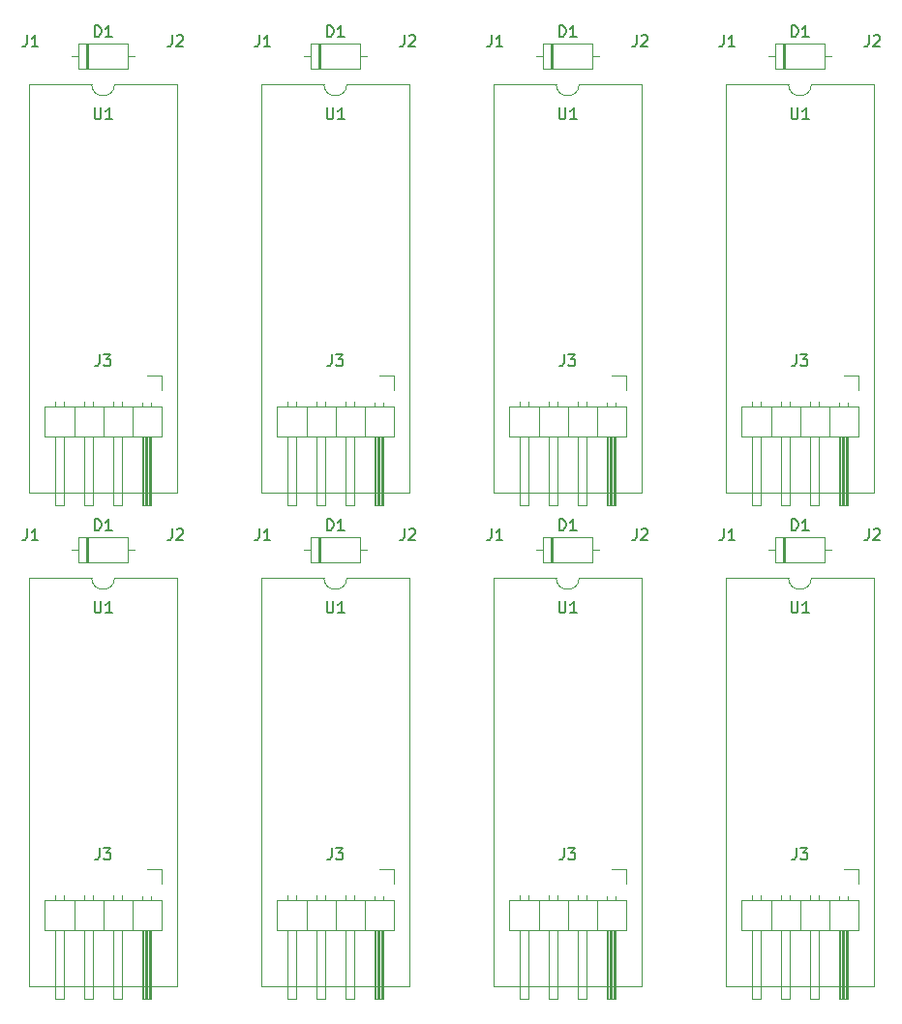
<source format=gto>
%TF.GenerationSoftware,KiCad,Pcbnew,8.0.6*%
%TF.CreationDate,2024-10-27T05:06:58+09:00*%
%TF.ProjectId,rp27c512-panel,72703237-6335-4313-922d-70616e656c2e,rev?*%
%TF.SameCoordinates,Original*%
%TF.FileFunction,Legend,Top*%
%TF.FilePolarity,Positive*%
%FSLAX46Y46*%
G04 Gerber Fmt 4.6, Leading zero omitted, Abs format (unit mm)*
G04 Created by KiCad (PCBNEW 8.0.6) date 2024-10-27 05:06:58*
%MOMM*%
%LPD*%
G01*
G04 APERTURE LIST*
%ADD10C,0.150000*%
%ADD11C,0.120000*%
G04 APERTURE END LIST*
D10*
X163496666Y-102324819D02*
X163496666Y-103039104D01*
X163496666Y-103039104D02*
X163449047Y-103181961D01*
X163449047Y-103181961D02*
X163353809Y-103277200D01*
X163353809Y-103277200D02*
X163210952Y-103324819D01*
X163210952Y-103324819D02*
X163115714Y-103324819D01*
X163925238Y-102420057D02*
X163972857Y-102372438D01*
X163972857Y-102372438D02*
X164068095Y-102324819D01*
X164068095Y-102324819D02*
X164306190Y-102324819D01*
X164306190Y-102324819D02*
X164401428Y-102372438D01*
X164401428Y-102372438D02*
X164449047Y-102420057D01*
X164449047Y-102420057D02*
X164496666Y-102515295D01*
X164496666Y-102515295D02*
X164496666Y-102610533D01*
X164496666Y-102610533D02*
X164449047Y-102753390D01*
X164449047Y-102753390D02*
X163877619Y-103324819D01*
X163877619Y-103324819D02*
X164496666Y-103324819D01*
X150796666Y-102324819D02*
X150796666Y-103039104D01*
X150796666Y-103039104D02*
X150749047Y-103181961D01*
X150749047Y-103181961D02*
X150653809Y-103277200D01*
X150653809Y-103277200D02*
X150510952Y-103324819D01*
X150510952Y-103324819D02*
X150415714Y-103324819D01*
X151796666Y-103324819D02*
X151225238Y-103324819D01*
X151510952Y-103324819D02*
X151510952Y-102324819D01*
X151510952Y-102324819D02*
X151415714Y-102467676D01*
X151415714Y-102467676D02*
X151320476Y-102562914D01*
X151320476Y-102562914D02*
X151225238Y-102610533D01*
X156718095Y-108674819D02*
X156718095Y-109484342D01*
X156718095Y-109484342D02*
X156765714Y-109579580D01*
X156765714Y-109579580D02*
X156813333Y-109627200D01*
X156813333Y-109627200D02*
X156908571Y-109674819D01*
X156908571Y-109674819D02*
X157099047Y-109674819D01*
X157099047Y-109674819D02*
X157194285Y-109627200D01*
X157194285Y-109627200D02*
X157241904Y-109579580D01*
X157241904Y-109579580D02*
X157289523Y-109484342D01*
X157289523Y-109484342D02*
X157289523Y-108674819D01*
X158289523Y-109674819D02*
X157718095Y-109674819D01*
X158003809Y-109674819D02*
X158003809Y-108674819D01*
X158003809Y-108674819D02*
X157908571Y-108817676D01*
X157908571Y-108817676D02*
X157813333Y-108912914D01*
X157813333Y-108912914D02*
X157718095Y-108960533D01*
X157146666Y-130264819D02*
X157146666Y-130979104D01*
X157146666Y-130979104D02*
X157099047Y-131121961D01*
X157099047Y-131121961D02*
X157003809Y-131217200D01*
X157003809Y-131217200D02*
X156860952Y-131264819D01*
X156860952Y-131264819D02*
X156765714Y-131264819D01*
X157527619Y-130264819D02*
X158146666Y-130264819D01*
X158146666Y-130264819D02*
X157813333Y-130645771D01*
X157813333Y-130645771D02*
X157956190Y-130645771D01*
X157956190Y-130645771D02*
X158051428Y-130693390D01*
X158051428Y-130693390D02*
X158099047Y-130741009D01*
X158099047Y-130741009D02*
X158146666Y-130836247D01*
X158146666Y-130836247D02*
X158146666Y-131074342D01*
X158146666Y-131074342D02*
X158099047Y-131169580D01*
X158099047Y-131169580D02*
X158051428Y-131217200D01*
X158051428Y-131217200D02*
X157956190Y-131264819D01*
X157956190Y-131264819D02*
X157670476Y-131264819D01*
X157670476Y-131264819D02*
X157575238Y-131217200D01*
X157575238Y-131217200D02*
X157527619Y-131169580D01*
X156741905Y-102474819D02*
X156741905Y-101474819D01*
X156741905Y-101474819D02*
X156980000Y-101474819D01*
X156980000Y-101474819D02*
X157122857Y-101522438D01*
X157122857Y-101522438D02*
X157218095Y-101617676D01*
X157218095Y-101617676D02*
X157265714Y-101712914D01*
X157265714Y-101712914D02*
X157313333Y-101903390D01*
X157313333Y-101903390D02*
X157313333Y-102046247D01*
X157313333Y-102046247D02*
X157265714Y-102236723D01*
X157265714Y-102236723D02*
X157218095Y-102331961D01*
X157218095Y-102331961D02*
X157122857Y-102427200D01*
X157122857Y-102427200D02*
X156980000Y-102474819D01*
X156980000Y-102474819D02*
X156741905Y-102474819D01*
X158265714Y-102474819D02*
X157694286Y-102474819D01*
X157980000Y-102474819D02*
X157980000Y-101474819D01*
X157980000Y-101474819D02*
X157884762Y-101617676D01*
X157884762Y-101617676D02*
X157789524Y-101712914D01*
X157789524Y-101712914D02*
X157694286Y-101760533D01*
X143176666Y-102324819D02*
X143176666Y-103039104D01*
X143176666Y-103039104D02*
X143129047Y-103181961D01*
X143129047Y-103181961D02*
X143033809Y-103277200D01*
X143033809Y-103277200D02*
X142890952Y-103324819D01*
X142890952Y-103324819D02*
X142795714Y-103324819D01*
X143605238Y-102420057D02*
X143652857Y-102372438D01*
X143652857Y-102372438D02*
X143748095Y-102324819D01*
X143748095Y-102324819D02*
X143986190Y-102324819D01*
X143986190Y-102324819D02*
X144081428Y-102372438D01*
X144081428Y-102372438D02*
X144129047Y-102420057D01*
X144129047Y-102420057D02*
X144176666Y-102515295D01*
X144176666Y-102515295D02*
X144176666Y-102610533D01*
X144176666Y-102610533D02*
X144129047Y-102753390D01*
X144129047Y-102753390D02*
X143557619Y-103324819D01*
X143557619Y-103324819D02*
X144176666Y-103324819D01*
X130476666Y-102324819D02*
X130476666Y-103039104D01*
X130476666Y-103039104D02*
X130429047Y-103181961D01*
X130429047Y-103181961D02*
X130333809Y-103277200D01*
X130333809Y-103277200D02*
X130190952Y-103324819D01*
X130190952Y-103324819D02*
X130095714Y-103324819D01*
X131476666Y-103324819D02*
X130905238Y-103324819D01*
X131190952Y-103324819D02*
X131190952Y-102324819D01*
X131190952Y-102324819D02*
X131095714Y-102467676D01*
X131095714Y-102467676D02*
X131000476Y-102562914D01*
X131000476Y-102562914D02*
X130905238Y-102610533D01*
X136398095Y-108674819D02*
X136398095Y-109484342D01*
X136398095Y-109484342D02*
X136445714Y-109579580D01*
X136445714Y-109579580D02*
X136493333Y-109627200D01*
X136493333Y-109627200D02*
X136588571Y-109674819D01*
X136588571Y-109674819D02*
X136779047Y-109674819D01*
X136779047Y-109674819D02*
X136874285Y-109627200D01*
X136874285Y-109627200D02*
X136921904Y-109579580D01*
X136921904Y-109579580D02*
X136969523Y-109484342D01*
X136969523Y-109484342D02*
X136969523Y-108674819D01*
X137969523Y-109674819D02*
X137398095Y-109674819D01*
X137683809Y-109674819D02*
X137683809Y-108674819D01*
X137683809Y-108674819D02*
X137588571Y-108817676D01*
X137588571Y-108817676D02*
X137493333Y-108912914D01*
X137493333Y-108912914D02*
X137398095Y-108960533D01*
X136826666Y-130264819D02*
X136826666Y-130979104D01*
X136826666Y-130979104D02*
X136779047Y-131121961D01*
X136779047Y-131121961D02*
X136683809Y-131217200D01*
X136683809Y-131217200D02*
X136540952Y-131264819D01*
X136540952Y-131264819D02*
X136445714Y-131264819D01*
X137207619Y-130264819D02*
X137826666Y-130264819D01*
X137826666Y-130264819D02*
X137493333Y-130645771D01*
X137493333Y-130645771D02*
X137636190Y-130645771D01*
X137636190Y-130645771D02*
X137731428Y-130693390D01*
X137731428Y-130693390D02*
X137779047Y-130741009D01*
X137779047Y-130741009D02*
X137826666Y-130836247D01*
X137826666Y-130836247D02*
X137826666Y-131074342D01*
X137826666Y-131074342D02*
X137779047Y-131169580D01*
X137779047Y-131169580D02*
X137731428Y-131217200D01*
X137731428Y-131217200D02*
X137636190Y-131264819D01*
X137636190Y-131264819D02*
X137350476Y-131264819D01*
X137350476Y-131264819D02*
X137255238Y-131217200D01*
X137255238Y-131217200D02*
X137207619Y-131169580D01*
X136421905Y-102474819D02*
X136421905Y-101474819D01*
X136421905Y-101474819D02*
X136660000Y-101474819D01*
X136660000Y-101474819D02*
X136802857Y-101522438D01*
X136802857Y-101522438D02*
X136898095Y-101617676D01*
X136898095Y-101617676D02*
X136945714Y-101712914D01*
X136945714Y-101712914D02*
X136993333Y-101903390D01*
X136993333Y-101903390D02*
X136993333Y-102046247D01*
X136993333Y-102046247D02*
X136945714Y-102236723D01*
X136945714Y-102236723D02*
X136898095Y-102331961D01*
X136898095Y-102331961D02*
X136802857Y-102427200D01*
X136802857Y-102427200D02*
X136660000Y-102474819D01*
X136660000Y-102474819D02*
X136421905Y-102474819D01*
X137945714Y-102474819D02*
X137374286Y-102474819D01*
X137660000Y-102474819D02*
X137660000Y-101474819D01*
X137660000Y-101474819D02*
X137564762Y-101617676D01*
X137564762Y-101617676D02*
X137469524Y-101712914D01*
X137469524Y-101712914D02*
X137374286Y-101760533D01*
X122856666Y-102324819D02*
X122856666Y-103039104D01*
X122856666Y-103039104D02*
X122809047Y-103181961D01*
X122809047Y-103181961D02*
X122713809Y-103277200D01*
X122713809Y-103277200D02*
X122570952Y-103324819D01*
X122570952Y-103324819D02*
X122475714Y-103324819D01*
X123285238Y-102420057D02*
X123332857Y-102372438D01*
X123332857Y-102372438D02*
X123428095Y-102324819D01*
X123428095Y-102324819D02*
X123666190Y-102324819D01*
X123666190Y-102324819D02*
X123761428Y-102372438D01*
X123761428Y-102372438D02*
X123809047Y-102420057D01*
X123809047Y-102420057D02*
X123856666Y-102515295D01*
X123856666Y-102515295D02*
X123856666Y-102610533D01*
X123856666Y-102610533D02*
X123809047Y-102753390D01*
X123809047Y-102753390D02*
X123237619Y-103324819D01*
X123237619Y-103324819D02*
X123856666Y-103324819D01*
X110156666Y-102324819D02*
X110156666Y-103039104D01*
X110156666Y-103039104D02*
X110109047Y-103181961D01*
X110109047Y-103181961D02*
X110013809Y-103277200D01*
X110013809Y-103277200D02*
X109870952Y-103324819D01*
X109870952Y-103324819D02*
X109775714Y-103324819D01*
X111156666Y-103324819D02*
X110585238Y-103324819D01*
X110870952Y-103324819D02*
X110870952Y-102324819D01*
X110870952Y-102324819D02*
X110775714Y-102467676D01*
X110775714Y-102467676D02*
X110680476Y-102562914D01*
X110680476Y-102562914D02*
X110585238Y-102610533D01*
X116078095Y-108674819D02*
X116078095Y-109484342D01*
X116078095Y-109484342D02*
X116125714Y-109579580D01*
X116125714Y-109579580D02*
X116173333Y-109627200D01*
X116173333Y-109627200D02*
X116268571Y-109674819D01*
X116268571Y-109674819D02*
X116459047Y-109674819D01*
X116459047Y-109674819D02*
X116554285Y-109627200D01*
X116554285Y-109627200D02*
X116601904Y-109579580D01*
X116601904Y-109579580D02*
X116649523Y-109484342D01*
X116649523Y-109484342D02*
X116649523Y-108674819D01*
X117649523Y-109674819D02*
X117078095Y-109674819D01*
X117363809Y-109674819D02*
X117363809Y-108674819D01*
X117363809Y-108674819D02*
X117268571Y-108817676D01*
X117268571Y-108817676D02*
X117173333Y-108912914D01*
X117173333Y-108912914D02*
X117078095Y-108960533D01*
X116506666Y-130264819D02*
X116506666Y-130979104D01*
X116506666Y-130979104D02*
X116459047Y-131121961D01*
X116459047Y-131121961D02*
X116363809Y-131217200D01*
X116363809Y-131217200D02*
X116220952Y-131264819D01*
X116220952Y-131264819D02*
X116125714Y-131264819D01*
X116887619Y-130264819D02*
X117506666Y-130264819D01*
X117506666Y-130264819D02*
X117173333Y-130645771D01*
X117173333Y-130645771D02*
X117316190Y-130645771D01*
X117316190Y-130645771D02*
X117411428Y-130693390D01*
X117411428Y-130693390D02*
X117459047Y-130741009D01*
X117459047Y-130741009D02*
X117506666Y-130836247D01*
X117506666Y-130836247D02*
X117506666Y-131074342D01*
X117506666Y-131074342D02*
X117459047Y-131169580D01*
X117459047Y-131169580D02*
X117411428Y-131217200D01*
X117411428Y-131217200D02*
X117316190Y-131264819D01*
X117316190Y-131264819D02*
X117030476Y-131264819D01*
X117030476Y-131264819D02*
X116935238Y-131217200D01*
X116935238Y-131217200D02*
X116887619Y-131169580D01*
X116101905Y-102474819D02*
X116101905Y-101474819D01*
X116101905Y-101474819D02*
X116340000Y-101474819D01*
X116340000Y-101474819D02*
X116482857Y-101522438D01*
X116482857Y-101522438D02*
X116578095Y-101617676D01*
X116578095Y-101617676D02*
X116625714Y-101712914D01*
X116625714Y-101712914D02*
X116673333Y-101903390D01*
X116673333Y-101903390D02*
X116673333Y-102046247D01*
X116673333Y-102046247D02*
X116625714Y-102236723D01*
X116625714Y-102236723D02*
X116578095Y-102331961D01*
X116578095Y-102331961D02*
X116482857Y-102427200D01*
X116482857Y-102427200D02*
X116340000Y-102474819D01*
X116340000Y-102474819D02*
X116101905Y-102474819D01*
X117625714Y-102474819D02*
X117054286Y-102474819D01*
X117340000Y-102474819D02*
X117340000Y-101474819D01*
X117340000Y-101474819D02*
X117244762Y-101617676D01*
X117244762Y-101617676D02*
X117149524Y-101712914D01*
X117149524Y-101712914D02*
X117054286Y-101760533D01*
X102536666Y-102324819D02*
X102536666Y-103039104D01*
X102536666Y-103039104D02*
X102489047Y-103181961D01*
X102489047Y-103181961D02*
X102393809Y-103277200D01*
X102393809Y-103277200D02*
X102250952Y-103324819D01*
X102250952Y-103324819D02*
X102155714Y-103324819D01*
X102965238Y-102420057D02*
X103012857Y-102372438D01*
X103012857Y-102372438D02*
X103108095Y-102324819D01*
X103108095Y-102324819D02*
X103346190Y-102324819D01*
X103346190Y-102324819D02*
X103441428Y-102372438D01*
X103441428Y-102372438D02*
X103489047Y-102420057D01*
X103489047Y-102420057D02*
X103536666Y-102515295D01*
X103536666Y-102515295D02*
X103536666Y-102610533D01*
X103536666Y-102610533D02*
X103489047Y-102753390D01*
X103489047Y-102753390D02*
X102917619Y-103324819D01*
X102917619Y-103324819D02*
X103536666Y-103324819D01*
X89836666Y-102324819D02*
X89836666Y-103039104D01*
X89836666Y-103039104D02*
X89789047Y-103181961D01*
X89789047Y-103181961D02*
X89693809Y-103277200D01*
X89693809Y-103277200D02*
X89550952Y-103324819D01*
X89550952Y-103324819D02*
X89455714Y-103324819D01*
X90836666Y-103324819D02*
X90265238Y-103324819D01*
X90550952Y-103324819D02*
X90550952Y-102324819D01*
X90550952Y-102324819D02*
X90455714Y-102467676D01*
X90455714Y-102467676D02*
X90360476Y-102562914D01*
X90360476Y-102562914D02*
X90265238Y-102610533D01*
X95758095Y-108674819D02*
X95758095Y-109484342D01*
X95758095Y-109484342D02*
X95805714Y-109579580D01*
X95805714Y-109579580D02*
X95853333Y-109627200D01*
X95853333Y-109627200D02*
X95948571Y-109674819D01*
X95948571Y-109674819D02*
X96139047Y-109674819D01*
X96139047Y-109674819D02*
X96234285Y-109627200D01*
X96234285Y-109627200D02*
X96281904Y-109579580D01*
X96281904Y-109579580D02*
X96329523Y-109484342D01*
X96329523Y-109484342D02*
X96329523Y-108674819D01*
X97329523Y-109674819D02*
X96758095Y-109674819D01*
X97043809Y-109674819D02*
X97043809Y-108674819D01*
X97043809Y-108674819D02*
X96948571Y-108817676D01*
X96948571Y-108817676D02*
X96853333Y-108912914D01*
X96853333Y-108912914D02*
X96758095Y-108960533D01*
X96186666Y-130264819D02*
X96186666Y-130979104D01*
X96186666Y-130979104D02*
X96139047Y-131121961D01*
X96139047Y-131121961D02*
X96043809Y-131217200D01*
X96043809Y-131217200D02*
X95900952Y-131264819D01*
X95900952Y-131264819D02*
X95805714Y-131264819D01*
X96567619Y-130264819D02*
X97186666Y-130264819D01*
X97186666Y-130264819D02*
X96853333Y-130645771D01*
X96853333Y-130645771D02*
X96996190Y-130645771D01*
X96996190Y-130645771D02*
X97091428Y-130693390D01*
X97091428Y-130693390D02*
X97139047Y-130741009D01*
X97139047Y-130741009D02*
X97186666Y-130836247D01*
X97186666Y-130836247D02*
X97186666Y-131074342D01*
X97186666Y-131074342D02*
X97139047Y-131169580D01*
X97139047Y-131169580D02*
X97091428Y-131217200D01*
X97091428Y-131217200D02*
X96996190Y-131264819D01*
X96996190Y-131264819D02*
X96710476Y-131264819D01*
X96710476Y-131264819D02*
X96615238Y-131217200D01*
X96615238Y-131217200D02*
X96567619Y-131169580D01*
X95781905Y-102474819D02*
X95781905Y-101474819D01*
X95781905Y-101474819D02*
X96020000Y-101474819D01*
X96020000Y-101474819D02*
X96162857Y-101522438D01*
X96162857Y-101522438D02*
X96258095Y-101617676D01*
X96258095Y-101617676D02*
X96305714Y-101712914D01*
X96305714Y-101712914D02*
X96353333Y-101903390D01*
X96353333Y-101903390D02*
X96353333Y-102046247D01*
X96353333Y-102046247D02*
X96305714Y-102236723D01*
X96305714Y-102236723D02*
X96258095Y-102331961D01*
X96258095Y-102331961D02*
X96162857Y-102427200D01*
X96162857Y-102427200D02*
X96020000Y-102474819D01*
X96020000Y-102474819D02*
X95781905Y-102474819D01*
X97305714Y-102474819D02*
X96734286Y-102474819D01*
X97020000Y-102474819D02*
X97020000Y-101474819D01*
X97020000Y-101474819D02*
X96924762Y-101617676D01*
X96924762Y-101617676D02*
X96829524Y-101712914D01*
X96829524Y-101712914D02*
X96734286Y-101760533D01*
X163496666Y-59144819D02*
X163496666Y-59859104D01*
X163496666Y-59859104D02*
X163449047Y-60001961D01*
X163449047Y-60001961D02*
X163353809Y-60097200D01*
X163353809Y-60097200D02*
X163210952Y-60144819D01*
X163210952Y-60144819D02*
X163115714Y-60144819D01*
X163925238Y-59240057D02*
X163972857Y-59192438D01*
X163972857Y-59192438D02*
X164068095Y-59144819D01*
X164068095Y-59144819D02*
X164306190Y-59144819D01*
X164306190Y-59144819D02*
X164401428Y-59192438D01*
X164401428Y-59192438D02*
X164449047Y-59240057D01*
X164449047Y-59240057D02*
X164496666Y-59335295D01*
X164496666Y-59335295D02*
X164496666Y-59430533D01*
X164496666Y-59430533D02*
X164449047Y-59573390D01*
X164449047Y-59573390D02*
X163877619Y-60144819D01*
X163877619Y-60144819D02*
X164496666Y-60144819D01*
X150796666Y-59144819D02*
X150796666Y-59859104D01*
X150796666Y-59859104D02*
X150749047Y-60001961D01*
X150749047Y-60001961D02*
X150653809Y-60097200D01*
X150653809Y-60097200D02*
X150510952Y-60144819D01*
X150510952Y-60144819D02*
X150415714Y-60144819D01*
X151796666Y-60144819D02*
X151225238Y-60144819D01*
X151510952Y-60144819D02*
X151510952Y-59144819D01*
X151510952Y-59144819D02*
X151415714Y-59287676D01*
X151415714Y-59287676D02*
X151320476Y-59382914D01*
X151320476Y-59382914D02*
X151225238Y-59430533D01*
X156718095Y-65494819D02*
X156718095Y-66304342D01*
X156718095Y-66304342D02*
X156765714Y-66399580D01*
X156765714Y-66399580D02*
X156813333Y-66447200D01*
X156813333Y-66447200D02*
X156908571Y-66494819D01*
X156908571Y-66494819D02*
X157099047Y-66494819D01*
X157099047Y-66494819D02*
X157194285Y-66447200D01*
X157194285Y-66447200D02*
X157241904Y-66399580D01*
X157241904Y-66399580D02*
X157289523Y-66304342D01*
X157289523Y-66304342D02*
X157289523Y-65494819D01*
X158289523Y-66494819D02*
X157718095Y-66494819D01*
X158003809Y-66494819D02*
X158003809Y-65494819D01*
X158003809Y-65494819D02*
X157908571Y-65637676D01*
X157908571Y-65637676D02*
X157813333Y-65732914D01*
X157813333Y-65732914D02*
X157718095Y-65780533D01*
X157146666Y-87084819D02*
X157146666Y-87799104D01*
X157146666Y-87799104D02*
X157099047Y-87941961D01*
X157099047Y-87941961D02*
X157003809Y-88037200D01*
X157003809Y-88037200D02*
X156860952Y-88084819D01*
X156860952Y-88084819D02*
X156765714Y-88084819D01*
X157527619Y-87084819D02*
X158146666Y-87084819D01*
X158146666Y-87084819D02*
X157813333Y-87465771D01*
X157813333Y-87465771D02*
X157956190Y-87465771D01*
X157956190Y-87465771D02*
X158051428Y-87513390D01*
X158051428Y-87513390D02*
X158099047Y-87561009D01*
X158099047Y-87561009D02*
X158146666Y-87656247D01*
X158146666Y-87656247D02*
X158146666Y-87894342D01*
X158146666Y-87894342D02*
X158099047Y-87989580D01*
X158099047Y-87989580D02*
X158051428Y-88037200D01*
X158051428Y-88037200D02*
X157956190Y-88084819D01*
X157956190Y-88084819D02*
X157670476Y-88084819D01*
X157670476Y-88084819D02*
X157575238Y-88037200D01*
X157575238Y-88037200D02*
X157527619Y-87989580D01*
X156741905Y-59294819D02*
X156741905Y-58294819D01*
X156741905Y-58294819D02*
X156980000Y-58294819D01*
X156980000Y-58294819D02*
X157122857Y-58342438D01*
X157122857Y-58342438D02*
X157218095Y-58437676D01*
X157218095Y-58437676D02*
X157265714Y-58532914D01*
X157265714Y-58532914D02*
X157313333Y-58723390D01*
X157313333Y-58723390D02*
X157313333Y-58866247D01*
X157313333Y-58866247D02*
X157265714Y-59056723D01*
X157265714Y-59056723D02*
X157218095Y-59151961D01*
X157218095Y-59151961D02*
X157122857Y-59247200D01*
X157122857Y-59247200D02*
X156980000Y-59294819D01*
X156980000Y-59294819D02*
X156741905Y-59294819D01*
X158265714Y-59294819D02*
X157694286Y-59294819D01*
X157980000Y-59294819D02*
X157980000Y-58294819D01*
X157980000Y-58294819D02*
X157884762Y-58437676D01*
X157884762Y-58437676D02*
X157789524Y-58532914D01*
X157789524Y-58532914D02*
X157694286Y-58580533D01*
X143176666Y-59144819D02*
X143176666Y-59859104D01*
X143176666Y-59859104D02*
X143129047Y-60001961D01*
X143129047Y-60001961D02*
X143033809Y-60097200D01*
X143033809Y-60097200D02*
X142890952Y-60144819D01*
X142890952Y-60144819D02*
X142795714Y-60144819D01*
X143605238Y-59240057D02*
X143652857Y-59192438D01*
X143652857Y-59192438D02*
X143748095Y-59144819D01*
X143748095Y-59144819D02*
X143986190Y-59144819D01*
X143986190Y-59144819D02*
X144081428Y-59192438D01*
X144081428Y-59192438D02*
X144129047Y-59240057D01*
X144129047Y-59240057D02*
X144176666Y-59335295D01*
X144176666Y-59335295D02*
X144176666Y-59430533D01*
X144176666Y-59430533D02*
X144129047Y-59573390D01*
X144129047Y-59573390D02*
X143557619Y-60144819D01*
X143557619Y-60144819D02*
X144176666Y-60144819D01*
X130476666Y-59144819D02*
X130476666Y-59859104D01*
X130476666Y-59859104D02*
X130429047Y-60001961D01*
X130429047Y-60001961D02*
X130333809Y-60097200D01*
X130333809Y-60097200D02*
X130190952Y-60144819D01*
X130190952Y-60144819D02*
X130095714Y-60144819D01*
X131476666Y-60144819D02*
X130905238Y-60144819D01*
X131190952Y-60144819D02*
X131190952Y-59144819D01*
X131190952Y-59144819D02*
X131095714Y-59287676D01*
X131095714Y-59287676D02*
X131000476Y-59382914D01*
X131000476Y-59382914D02*
X130905238Y-59430533D01*
X136398095Y-65494819D02*
X136398095Y-66304342D01*
X136398095Y-66304342D02*
X136445714Y-66399580D01*
X136445714Y-66399580D02*
X136493333Y-66447200D01*
X136493333Y-66447200D02*
X136588571Y-66494819D01*
X136588571Y-66494819D02*
X136779047Y-66494819D01*
X136779047Y-66494819D02*
X136874285Y-66447200D01*
X136874285Y-66447200D02*
X136921904Y-66399580D01*
X136921904Y-66399580D02*
X136969523Y-66304342D01*
X136969523Y-66304342D02*
X136969523Y-65494819D01*
X137969523Y-66494819D02*
X137398095Y-66494819D01*
X137683809Y-66494819D02*
X137683809Y-65494819D01*
X137683809Y-65494819D02*
X137588571Y-65637676D01*
X137588571Y-65637676D02*
X137493333Y-65732914D01*
X137493333Y-65732914D02*
X137398095Y-65780533D01*
X136826666Y-87084819D02*
X136826666Y-87799104D01*
X136826666Y-87799104D02*
X136779047Y-87941961D01*
X136779047Y-87941961D02*
X136683809Y-88037200D01*
X136683809Y-88037200D02*
X136540952Y-88084819D01*
X136540952Y-88084819D02*
X136445714Y-88084819D01*
X137207619Y-87084819D02*
X137826666Y-87084819D01*
X137826666Y-87084819D02*
X137493333Y-87465771D01*
X137493333Y-87465771D02*
X137636190Y-87465771D01*
X137636190Y-87465771D02*
X137731428Y-87513390D01*
X137731428Y-87513390D02*
X137779047Y-87561009D01*
X137779047Y-87561009D02*
X137826666Y-87656247D01*
X137826666Y-87656247D02*
X137826666Y-87894342D01*
X137826666Y-87894342D02*
X137779047Y-87989580D01*
X137779047Y-87989580D02*
X137731428Y-88037200D01*
X137731428Y-88037200D02*
X137636190Y-88084819D01*
X137636190Y-88084819D02*
X137350476Y-88084819D01*
X137350476Y-88084819D02*
X137255238Y-88037200D01*
X137255238Y-88037200D02*
X137207619Y-87989580D01*
X136421905Y-59294819D02*
X136421905Y-58294819D01*
X136421905Y-58294819D02*
X136660000Y-58294819D01*
X136660000Y-58294819D02*
X136802857Y-58342438D01*
X136802857Y-58342438D02*
X136898095Y-58437676D01*
X136898095Y-58437676D02*
X136945714Y-58532914D01*
X136945714Y-58532914D02*
X136993333Y-58723390D01*
X136993333Y-58723390D02*
X136993333Y-58866247D01*
X136993333Y-58866247D02*
X136945714Y-59056723D01*
X136945714Y-59056723D02*
X136898095Y-59151961D01*
X136898095Y-59151961D02*
X136802857Y-59247200D01*
X136802857Y-59247200D02*
X136660000Y-59294819D01*
X136660000Y-59294819D02*
X136421905Y-59294819D01*
X137945714Y-59294819D02*
X137374286Y-59294819D01*
X137660000Y-59294819D02*
X137660000Y-58294819D01*
X137660000Y-58294819D02*
X137564762Y-58437676D01*
X137564762Y-58437676D02*
X137469524Y-58532914D01*
X137469524Y-58532914D02*
X137374286Y-58580533D01*
X122856666Y-59144819D02*
X122856666Y-59859104D01*
X122856666Y-59859104D02*
X122809047Y-60001961D01*
X122809047Y-60001961D02*
X122713809Y-60097200D01*
X122713809Y-60097200D02*
X122570952Y-60144819D01*
X122570952Y-60144819D02*
X122475714Y-60144819D01*
X123285238Y-59240057D02*
X123332857Y-59192438D01*
X123332857Y-59192438D02*
X123428095Y-59144819D01*
X123428095Y-59144819D02*
X123666190Y-59144819D01*
X123666190Y-59144819D02*
X123761428Y-59192438D01*
X123761428Y-59192438D02*
X123809047Y-59240057D01*
X123809047Y-59240057D02*
X123856666Y-59335295D01*
X123856666Y-59335295D02*
X123856666Y-59430533D01*
X123856666Y-59430533D02*
X123809047Y-59573390D01*
X123809047Y-59573390D02*
X123237619Y-60144819D01*
X123237619Y-60144819D02*
X123856666Y-60144819D01*
X110156666Y-59144819D02*
X110156666Y-59859104D01*
X110156666Y-59859104D02*
X110109047Y-60001961D01*
X110109047Y-60001961D02*
X110013809Y-60097200D01*
X110013809Y-60097200D02*
X109870952Y-60144819D01*
X109870952Y-60144819D02*
X109775714Y-60144819D01*
X111156666Y-60144819D02*
X110585238Y-60144819D01*
X110870952Y-60144819D02*
X110870952Y-59144819D01*
X110870952Y-59144819D02*
X110775714Y-59287676D01*
X110775714Y-59287676D02*
X110680476Y-59382914D01*
X110680476Y-59382914D02*
X110585238Y-59430533D01*
X116078095Y-65494819D02*
X116078095Y-66304342D01*
X116078095Y-66304342D02*
X116125714Y-66399580D01*
X116125714Y-66399580D02*
X116173333Y-66447200D01*
X116173333Y-66447200D02*
X116268571Y-66494819D01*
X116268571Y-66494819D02*
X116459047Y-66494819D01*
X116459047Y-66494819D02*
X116554285Y-66447200D01*
X116554285Y-66447200D02*
X116601904Y-66399580D01*
X116601904Y-66399580D02*
X116649523Y-66304342D01*
X116649523Y-66304342D02*
X116649523Y-65494819D01*
X117649523Y-66494819D02*
X117078095Y-66494819D01*
X117363809Y-66494819D02*
X117363809Y-65494819D01*
X117363809Y-65494819D02*
X117268571Y-65637676D01*
X117268571Y-65637676D02*
X117173333Y-65732914D01*
X117173333Y-65732914D02*
X117078095Y-65780533D01*
X116506666Y-87084819D02*
X116506666Y-87799104D01*
X116506666Y-87799104D02*
X116459047Y-87941961D01*
X116459047Y-87941961D02*
X116363809Y-88037200D01*
X116363809Y-88037200D02*
X116220952Y-88084819D01*
X116220952Y-88084819D02*
X116125714Y-88084819D01*
X116887619Y-87084819D02*
X117506666Y-87084819D01*
X117506666Y-87084819D02*
X117173333Y-87465771D01*
X117173333Y-87465771D02*
X117316190Y-87465771D01*
X117316190Y-87465771D02*
X117411428Y-87513390D01*
X117411428Y-87513390D02*
X117459047Y-87561009D01*
X117459047Y-87561009D02*
X117506666Y-87656247D01*
X117506666Y-87656247D02*
X117506666Y-87894342D01*
X117506666Y-87894342D02*
X117459047Y-87989580D01*
X117459047Y-87989580D02*
X117411428Y-88037200D01*
X117411428Y-88037200D02*
X117316190Y-88084819D01*
X117316190Y-88084819D02*
X117030476Y-88084819D01*
X117030476Y-88084819D02*
X116935238Y-88037200D01*
X116935238Y-88037200D02*
X116887619Y-87989580D01*
X116101905Y-59294819D02*
X116101905Y-58294819D01*
X116101905Y-58294819D02*
X116340000Y-58294819D01*
X116340000Y-58294819D02*
X116482857Y-58342438D01*
X116482857Y-58342438D02*
X116578095Y-58437676D01*
X116578095Y-58437676D02*
X116625714Y-58532914D01*
X116625714Y-58532914D02*
X116673333Y-58723390D01*
X116673333Y-58723390D02*
X116673333Y-58866247D01*
X116673333Y-58866247D02*
X116625714Y-59056723D01*
X116625714Y-59056723D02*
X116578095Y-59151961D01*
X116578095Y-59151961D02*
X116482857Y-59247200D01*
X116482857Y-59247200D02*
X116340000Y-59294819D01*
X116340000Y-59294819D02*
X116101905Y-59294819D01*
X117625714Y-59294819D02*
X117054286Y-59294819D01*
X117340000Y-59294819D02*
X117340000Y-58294819D01*
X117340000Y-58294819D02*
X117244762Y-58437676D01*
X117244762Y-58437676D02*
X117149524Y-58532914D01*
X117149524Y-58532914D02*
X117054286Y-58580533D01*
X102536666Y-59144819D02*
X102536666Y-59859104D01*
X102536666Y-59859104D02*
X102489047Y-60001961D01*
X102489047Y-60001961D02*
X102393809Y-60097200D01*
X102393809Y-60097200D02*
X102250952Y-60144819D01*
X102250952Y-60144819D02*
X102155714Y-60144819D01*
X102965238Y-59240057D02*
X103012857Y-59192438D01*
X103012857Y-59192438D02*
X103108095Y-59144819D01*
X103108095Y-59144819D02*
X103346190Y-59144819D01*
X103346190Y-59144819D02*
X103441428Y-59192438D01*
X103441428Y-59192438D02*
X103489047Y-59240057D01*
X103489047Y-59240057D02*
X103536666Y-59335295D01*
X103536666Y-59335295D02*
X103536666Y-59430533D01*
X103536666Y-59430533D02*
X103489047Y-59573390D01*
X103489047Y-59573390D02*
X102917619Y-60144819D01*
X102917619Y-60144819D02*
X103536666Y-60144819D01*
X96186666Y-87084819D02*
X96186666Y-87799104D01*
X96186666Y-87799104D02*
X96139047Y-87941961D01*
X96139047Y-87941961D02*
X96043809Y-88037200D01*
X96043809Y-88037200D02*
X95900952Y-88084819D01*
X95900952Y-88084819D02*
X95805714Y-88084819D01*
X96567619Y-87084819D02*
X97186666Y-87084819D01*
X97186666Y-87084819D02*
X96853333Y-87465771D01*
X96853333Y-87465771D02*
X96996190Y-87465771D01*
X96996190Y-87465771D02*
X97091428Y-87513390D01*
X97091428Y-87513390D02*
X97139047Y-87561009D01*
X97139047Y-87561009D02*
X97186666Y-87656247D01*
X97186666Y-87656247D02*
X97186666Y-87894342D01*
X97186666Y-87894342D02*
X97139047Y-87989580D01*
X97139047Y-87989580D02*
X97091428Y-88037200D01*
X97091428Y-88037200D02*
X96996190Y-88084819D01*
X96996190Y-88084819D02*
X96710476Y-88084819D01*
X96710476Y-88084819D02*
X96615238Y-88037200D01*
X96615238Y-88037200D02*
X96567619Y-87989580D01*
X89836666Y-59144819D02*
X89836666Y-59859104D01*
X89836666Y-59859104D02*
X89789047Y-60001961D01*
X89789047Y-60001961D02*
X89693809Y-60097200D01*
X89693809Y-60097200D02*
X89550952Y-60144819D01*
X89550952Y-60144819D02*
X89455714Y-60144819D01*
X90836666Y-60144819D02*
X90265238Y-60144819D01*
X90550952Y-60144819D02*
X90550952Y-59144819D01*
X90550952Y-59144819D02*
X90455714Y-59287676D01*
X90455714Y-59287676D02*
X90360476Y-59382914D01*
X90360476Y-59382914D02*
X90265238Y-59430533D01*
X95758095Y-65494819D02*
X95758095Y-66304342D01*
X95758095Y-66304342D02*
X95805714Y-66399580D01*
X95805714Y-66399580D02*
X95853333Y-66447200D01*
X95853333Y-66447200D02*
X95948571Y-66494819D01*
X95948571Y-66494819D02*
X96139047Y-66494819D01*
X96139047Y-66494819D02*
X96234285Y-66447200D01*
X96234285Y-66447200D02*
X96281904Y-66399580D01*
X96281904Y-66399580D02*
X96329523Y-66304342D01*
X96329523Y-66304342D02*
X96329523Y-65494819D01*
X97329523Y-66494819D02*
X96758095Y-66494819D01*
X97043809Y-66494819D02*
X97043809Y-65494819D01*
X97043809Y-65494819D02*
X96948571Y-65637676D01*
X96948571Y-65637676D02*
X96853333Y-65732914D01*
X96853333Y-65732914D02*
X96758095Y-65780533D01*
X95781905Y-59294819D02*
X95781905Y-58294819D01*
X95781905Y-58294819D02*
X96020000Y-58294819D01*
X96020000Y-58294819D02*
X96162857Y-58342438D01*
X96162857Y-58342438D02*
X96258095Y-58437676D01*
X96258095Y-58437676D02*
X96305714Y-58532914D01*
X96305714Y-58532914D02*
X96353333Y-58723390D01*
X96353333Y-58723390D02*
X96353333Y-58866247D01*
X96353333Y-58866247D02*
X96305714Y-59056723D01*
X96305714Y-59056723D02*
X96258095Y-59151961D01*
X96258095Y-59151961D02*
X96162857Y-59247200D01*
X96162857Y-59247200D02*
X96020000Y-59294819D01*
X96020000Y-59294819D02*
X95781905Y-59294819D01*
X97305714Y-59294819D02*
X96734286Y-59294819D01*
X97020000Y-59294819D02*
X97020000Y-58294819D01*
X97020000Y-58294819D02*
X96924762Y-58437676D01*
X96924762Y-58437676D02*
X96829524Y-58532914D01*
X96829524Y-58532914D02*
X96734286Y-58580533D01*
D11*
%TO.C,U1*%
X158480000Y-106620000D02*
G75*
G02*
X156480000Y-106620000I-1000000J0D01*
G01*
X163940000Y-142300000D02*
X163940000Y-106620000D01*
X163940000Y-106620000D02*
X158480000Y-106620000D01*
X156480000Y-106620000D02*
X151020000Y-106620000D01*
X151020000Y-142300000D02*
X163940000Y-142300000D01*
X151020000Y-106620000D02*
X151020000Y-142300000D01*
%TO.C,J3*%
X162620000Y-137450000D02*
X162620000Y-134790000D01*
X162620000Y-134790000D02*
X152340000Y-134790000D01*
X162560000Y-132080000D02*
X162560000Y-133350000D01*
X161670000Y-143450000D02*
X160910000Y-143450000D01*
X161670000Y-137450000D02*
X161670000Y-143450000D01*
X161670000Y-134460000D02*
X161670000Y-134790000D01*
X161610000Y-137450000D02*
X161610000Y-143450000D01*
X161490000Y-137450000D02*
X161490000Y-143450000D01*
X161370000Y-137450000D02*
X161370000Y-143450000D01*
X161290000Y-132080000D02*
X162560000Y-132080000D01*
X161250000Y-137450000D02*
X161250000Y-143450000D01*
X161130000Y-137450000D02*
X161130000Y-143450000D01*
X161010000Y-137450000D02*
X161010000Y-143450000D01*
X160910000Y-143450000D02*
X160910000Y-137450000D01*
X160910000Y-134460000D02*
X160910000Y-134790000D01*
X160020000Y-134790000D02*
X160020000Y-137450000D01*
X159130000Y-143450000D02*
X158370000Y-143450000D01*
X159130000Y-137450000D02*
X159130000Y-143450000D01*
X159130000Y-134392929D02*
X159130000Y-134790000D01*
X158370000Y-143450000D02*
X158370000Y-137450000D01*
X158370000Y-134392929D02*
X158370000Y-134790000D01*
X157480000Y-134790000D02*
X157480000Y-137450000D01*
X156590000Y-143450000D02*
X155830000Y-143450000D01*
X156590000Y-137450000D02*
X156590000Y-143450000D01*
X156590000Y-134392929D02*
X156590000Y-134790000D01*
X155830000Y-143450000D02*
X155830000Y-137450000D01*
X155830000Y-134392929D02*
X155830000Y-134790000D01*
X154940000Y-134790000D02*
X154940000Y-137450000D01*
X154050000Y-143450000D02*
X153290000Y-143450000D01*
X154050000Y-137450000D02*
X154050000Y-143450000D01*
X154050000Y-134392929D02*
X154050000Y-134790000D01*
X153290000Y-143450000D02*
X153290000Y-137450000D01*
X153290000Y-134392929D02*
X153290000Y-134790000D01*
X152340000Y-137450000D02*
X162620000Y-137450000D01*
X152340000Y-134790000D02*
X152340000Y-137450000D01*
%TO.C,D1*%
X160250000Y-104140000D02*
X159600000Y-104140000D01*
X159600000Y-105260000D02*
X159600000Y-103020000D01*
X159600000Y-103020000D02*
X155360000Y-103020000D01*
X156200000Y-103020000D02*
X156200000Y-105260000D01*
X156080000Y-103020000D02*
X156080000Y-105260000D01*
X155960000Y-103020000D02*
X155960000Y-105260000D01*
X155360000Y-105260000D02*
X159600000Y-105260000D01*
X155360000Y-103020000D02*
X155360000Y-105260000D01*
X154710000Y-104140000D02*
X155360000Y-104140000D01*
%TO.C,U1*%
X138160000Y-106620000D02*
G75*
G02*
X136160000Y-106620000I-1000000J0D01*
G01*
X143620000Y-142300000D02*
X143620000Y-106620000D01*
X143620000Y-106620000D02*
X138160000Y-106620000D01*
X136160000Y-106620000D02*
X130700000Y-106620000D01*
X130700000Y-142300000D02*
X143620000Y-142300000D01*
X130700000Y-106620000D02*
X130700000Y-142300000D01*
%TO.C,J3*%
X142300000Y-137450000D02*
X142300000Y-134790000D01*
X142300000Y-134790000D02*
X132020000Y-134790000D01*
X142240000Y-132080000D02*
X142240000Y-133350000D01*
X141350000Y-143450000D02*
X140590000Y-143450000D01*
X141350000Y-137450000D02*
X141350000Y-143450000D01*
X141350000Y-134460000D02*
X141350000Y-134790000D01*
X141290000Y-137450000D02*
X141290000Y-143450000D01*
X141170000Y-137450000D02*
X141170000Y-143450000D01*
X141050000Y-137450000D02*
X141050000Y-143450000D01*
X140970000Y-132080000D02*
X142240000Y-132080000D01*
X140930000Y-137450000D02*
X140930000Y-143450000D01*
X140810000Y-137450000D02*
X140810000Y-143450000D01*
X140690000Y-137450000D02*
X140690000Y-143450000D01*
X140590000Y-143450000D02*
X140590000Y-137450000D01*
X140590000Y-134460000D02*
X140590000Y-134790000D01*
X139700000Y-134790000D02*
X139700000Y-137450000D01*
X138810000Y-143450000D02*
X138050000Y-143450000D01*
X138810000Y-137450000D02*
X138810000Y-143450000D01*
X138810000Y-134392929D02*
X138810000Y-134790000D01*
X138050000Y-143450000D02*
X138050000Y-137450000D01*
X138050000Y-134392929D02*
X138050000Y-134790000D01*
X137160000Y-134790000D02*
X137160000Y-137450000D01*
X136270000Y-143450000D02*
X135510000Y-143450000D01*
X136270000Y-137450000D02*
X136270000Y-143450000D01*
X136270000Y-134392929D02*
X136270000Y-134790000D01*
X135510000Y-143450000D02*
X135510000Y-137450000D01*
X135510000Y-134392929D02*
X135510000Y-134790000D01*
X134620000Y-134790000D02*
X134620000Y-137450000D01*
X133730000Y-143450000D02*
X132970000Y-143450000D01*
X133730000Y-137450000D02*
X133730000Y-143450000D01*
X133730000Y-134392929D02*
X133730000Y-134790000D01*
X132970000Y-143450000D02*
X132970000Y-137450000D01*
X132970000Y-134392929D02*
X132970000Y-134790000D01*
X132020000Y-137450000D02*
X142300000Y-137450000D01*
X132020000Y-134790000D02*
X132020000Y-137450000D01*
%TO.C,D1*%
X139930000Y-104140000D02*
X139280000Y-104140000D01*
X139280000Y-105260000D02*
X139280000Y-103020000D01*
X139280000Y-103020000D02*
X135040000Y-103020000D01*
X135880000Y-103020000D02*
X135880000Y-105260000D01*
X135760000Y-103020000D02*
X135760000Y-105260000D01*
X135640000Y-103020000D02*
X135640000Y-105260000D01*
X135040000Y-105260000D02*
X139280000Y-105260000D01*
X135040000Y-103020000D02*
X135040000Y-105260000D01*
X134390000Y-104140000D02*
X135040000Y-104140000D01*
%TO.C,U1*%
X117840000Y-106620000D02*
G75*
G02*
X115840000Y-106620000I-1000000J0D01*
G01*
X123300000Y-142300000D02*
X123300000Y-106620000D01*
X123300000Y-106620000D02*
X117840000Y-106620000D01*
X115840000Y-106620000D02*
X110380000Y-106620000D01*
X110380000Y-142300000D02*
X123300000Y-142300000D01*
X110380000Y-106620000D02*
X110380000Y-142300000D01*
%TO.C,J3*%
X121980000Y-137450000D02*
X121980000Y-134790000D01*
X121980000Y-134790000D02*
X111700000Y-134790000D01*
X121920000Y-132080000D02*
X121920000Y-133350000D01*
X121030000Y-143450000D02*
X120270000Y-143450000D01*
X121030000Y-137450000D02*
X121030000Y-143450000D01*
X121030000Y-134460000D02*
X121030000Y-134790000D01*
X120970000Y-137450000D02*
X120970000Y-143450000D01*
X120850000Y-137450000D02*
X120850000Y-143450000D01*
X120730000Y-137450000D02*
X120730000Y-143450000D01*
X120650000Y-132080000D02*
X121920000Y-132080000D01*
X120610000Y-137450000D02*
X120610000Y-143450000D01*
X120490000Y-137450000D02*
X120490000Y-143450000D01*
X120370000Y-137450000D02*
X120370000Y-143450000D01*
X120270000Y-143450000D02*
X120270000Y-137450000D01*
X120270000Y-134460000D02*
X120270000Y-134790000D01*
X119380000Y-134790000D02*
X119380000Y-137450000D01*
X118490000Y-143450000D02*
X117730000Y-143450000D01*
X118490000Y-137450000D02*
X118490000Y-143450000D01*
X118490000Y-134392929D02*
X118490000Y-134790000D01*
X117730000Y-143450000D02*
X117730000Y-137450000D01*
X117730000Y-134392929D02*
X117730000Y-134790000D01*
X116840000Y-134790000D02*
X116840000Y-137450000D01*
X115950000Y-143450000D02*
X115190000Y-143450000D01*
X115950000Y-137450000D02*
X115950000Y-143450000D01*
X115950000Y-134392929D02*
X115950000Y-134790000D01*
X115190000Y-143450000D02*
X115190000Y-137450000D01*
X115190000Y-134392929D02*
X115190000Y-134790000D01*
X114300000Y-134790000D02*
X114300000Y-137450000D01*
X113410000Y-143450000D02*
X112650000Y-143450000D01*
X113410000Y-137450000D02*
X113410000Y-143450000D01*
X113410000Y-134392929D02*
X113410000Y-134790000D01*
X112650000Y-143450000D02*
X112650000Y-137450000D01*
X112650000Y-134392929D02*
X112650000Y-134790000D01*
X111700000Y-137450000D02*
X121980000Y-137450000D01*
X111700000Y-134790000D02*
X111700000Y-137450000D01*
%TO.C,D1*%
X119610000Y-104140000D02*
X118960000Y-104140000D01*
X118960000Y-105260000D02*
X118960000Y-103020000D01*
X118960000Y-103020000D02*
X114720000Y-103020000D01*
X115560000Y-103020000D02*
X115560000Y-105260000D01*
X115440000Y-103020000D02*
X115440000Y-105260000D01*
X115320000Y-103020000D02*
X115320000Y-105260000D01*
X114720000Y-105260000D02*
X118960000Y-105260000D01*
X114720000Y-103020000D02*
X114720000Y-105260000D01*
X114070000Y-104140000D02*
X114720000Y-104140000D01*
%TO.C,U1*%
X97520000Y-106620000D02*
G75*
G02*
X95520000Y-106620000I-1000000J0D01*
G01*
X102980000Y-142300000D02*
X102980000Y-106620000D01*
X102980000Y-106620000D02*
X97520000Y-106620000D01*
X95520000Y-106620000D02*
X90060000Y-106620000D01*
X90060000Y-142300000D02*
X102980000Y-142300000D01*
X90060000Y-106620000D02*
X90060000Y-142300000D01*
%TO.C,J3*%
X101660000Y-137450000D02*
X101660000Y-134790000D01*
X101660000Y-134790000D02*
X91380000Y-134790000D01*
X101600000Y-132080000D02*
X101600000Y-133350000D01*
X100710000Y-143450000D02*
X99950000Y-143450000D01*
X100710000Y-137450000D02*
X100710000Y-143450000D01*
X100710000Y-134460000D02*
X100710000Y-134790000D01*
X100650000Y-137450000D02*
X100650000Y-143450000D01*
X100530000Y-137450000D02*
X100530000Y-143450000D01*
X100410000Y-137450000D02*
X100410000Y-143450000D01*
X100330000Y-132080000D02*
X101600000Y-132080000D01*
X100290000Y-137450000D02*
X100290000Y-143450000D01*
X100170000Y-137450000D02*
X100170000Y-143450000D01*
X100050000Y-137450000D02*
X100050000Y-143450000D01*
X99950000Y-143450000D02*
X99950000Y-137450000D01*
X99950000Y-134460000D02*
X99950000Y-134790000D01*
X99060000Y-134790000D02*
X99060000Y-137450000D01*
X98170000Y-143450000D02*
X97410000Y-143450000D01*
X98170000Y-137450000D02*
X98170000Y-143450000D01*
X98170000Y-134392929D02*
X98170000Y-134790000D01*
X97410000Y-143450000D02*
X97410000Y-137450000D01*
X97410000Y-134392929D02*
X97410000Y-134790000D01*
X96520000Y-134790000D02*
X96520000Y-137450000D01*
X95630000Y-143450000D02*
X94870000Y-143450000D01*
X95630000Y-137450000D02*
X95630000Y-143450000D01*
X95630000Y-134392929D02*
X95630000Y-134790000D01*
X94870000Y-143450000D02*
X94870000Y-137450000D01*
X94870000Y-134392929D02*
X94870000Y-134790000D01*
X93980000Y-134790000D02*
X93980000Y-137450000D01*
X93090000Y-143450000D02*
X92330000Y-143450000D01*
X93090000Y-137450000D02*
X93090000Y-143450000D01*
X93090000Y-134392929D02*
X93090000Y-134790000D01*
X92330000Y-143450000D02*
X92330000Y-137450000D01*
X92330000Y-134392929D02*
X92330000Y-134790000D01*
X91380000Y-137450000D02*
X101660000Y-137450000D01*
X91380000Y-134790000D02*
X91380000Y-137450000D01*
%TO.C,D1*%
X99290000Y-104140000D02*
X98640000Y-104140000D01*
X98640000Y-105260000D02*
X98640000Y-103020000D01*
X98640000Y-103020000D02*
X94400000Y-103020000D01*
X95240000Y-103020000D02*
X95240000Y-105260000D01*
X95120000Y-103020000D02*
X95120000Y-105260000D01*
X95000000Y-103020000D02*
X95000000Y-105260000D01*
X94400000Y-105260000D02*
X98640000Y-105260000D01*
X94400000Y-103020000D02*
X94400000Y-105260000D01*
X93750000Y-104140000D02*
X94400000Y-104140000D01*
%TO.C,U1*%
X158480000Y-63440000D02*
G75*
G02*
X156480000Y-63440000I-1000000J0D01*
G01*
X163940000Y-99120000D02*
X163940000Y-63440000D01*
X163940000Y-63440000D02*
X158480000Y-63440000D01*
X156480000Y-63440000D02*
X151020000Y-63440000D01*
X151020000Y-99120000D02*
X163940000Y-99120000D01*
X151020000Y-63440000D02*
X151020000Y-99120000D01*
%TO.C,J3*%
X162620000Y-94270000D02*
X162620000Y-91610000D01*
X162620000Y-91610000D02*
X152340000Y-91610000D01*
X162560000Y-88900000D02*
X162560000Y-90170000D01*
X161670000Y-100270000D02*
X160910000Y-100270000D01*
X161670000Y-94270000D02*
X161670000Y-100270000D01*
X161670000Y-91280000D02*
X161670000Y-91610000D01*
X161610000Y-94270000D02*
X161610000Y-100270000D01*
X161490000Y-94270000D02*
X161490000Y-100270000D01*
X161370000Y-94270000D02*
X161370000Y-100270000D01*
X161290000Y-88900000D02*
X162560000Y-88900000D01*
X161250000Y-94270000D02*
X161250000Y-100270000D01*
X161130000Y-94270000D02*
X161130000Y-100270000D01*
X161010000Y-94270000D02*
X161010000Y-100270000D01*
X160910000Y-100270000D02*
X160910000Y-94270000D01*
X160910000Y-91280000D02*
X160910000Y-91610000D01*
X160020000Y-91610000D02*
X160020000Y-94270000D01*
X159130000Y-100270000D02*
X158370000Y-100270000D01*
X159130000Y-94270000D02*
X159130000Y-100270000D01*
X159130000Y-91212929D02*
X159130000Y-91610000D01*
X158370000Y-100270000D02*
X158370000Y-94270000D01*
X158370000Y-91212929D02*
X158370000Y-91610000D01*
X157480000Y-91610000D02*
X157480000Y-94270000D01*
X156590000Y-100270000D02*
X155830000Y-100270000D01*
X156590000Y-94270000D02*
X156590000Y-100270000D01*
X156590000Y-91212929D02*
X156590000Y-91610000D01*
X155830000Y-100270000D02*
X155830000Y-94270000D01*
X155830000Y-91212929D02*
X155830000Y-91610000D01*
X154940000Y-91610000D02*
X154940000Y-94270000D01*
X154050000Y-100270000D02*
X153290000Y-100270000D01*
X154050000Y-94270000D02*
X154050000Y-100270000D01*
X154050000Y-91212929D02*
X154050000Y-91610000D01*
X153290000Y-100270000D02*
X153290000Y-94270000D01*
X153290000Y-91212929D02*
X153290000Y-91610000D01*
X152340000Y-94270000D02*
X162620000Y-94270000D01*
X152340000Y-91610000D02*
X152340000Y-94270000D01*
%TO.C,D1*%
X160250000Y-60960000D02*
X159600000Y-60960000D01*
X159600000Y-62080000D02*
X159600000Y-59840000D01*
X159600000Y-59840000D02*
X155360000Y-59840000D01*
X156200000Y-59840000D02*
X156200000Y-62080000D01*
X156080000Y-59840000D02*
X156080000Y-62080000D01*
X155960000Y-59840000D02*
X155960000Y-62080000D01*
X155360000Y-62080000D02*
X159600000Y-62080000D01*
X155360000Y-59840000D02*
X155360000Y-62080000D01*
X154710000Y-60960000D02*
X155360000Y-60960000D01*
%TO.C,U1*%
X138160000Y-63440000D02*
G75*
G02*
X136160000Y-63440000I-1000000J0D01*
G01*
X143620000Y-99120000D02*
X143620000Y-63440000D01*
X143620000Y-63440000D02*
X138160000Y-63440000D01*
X136160000Y-63440000D02*
X130700000Y-63440000D01*
X130700000Y-99120000D02*
X143620000Y-99120000D01*
X130700000Y-63440000D02*
X130700000Y-99120000D01*
%TO.C,J3*%
X142300000Y-94270000D02*
X142300000Y-91610000D01*
X142300000Y-91610000D02*
X132020000Y-91610000D01*
X142240000Y-88900000D02*
X142240000Y-90170000D01*
X141350000Y-100270000D02*
X140590000Y-100270000D01*
X141350000Y-94270000D02*
X141350000Y-100270000D01*
X141350000Y-91280000D02*
X141350000Y-91610000D01*
X141290000Y-94270000D02*
X141290000Y-100270000D01*
X141170000Y-94270000D02*
X141170000Y-100270000D01*
X141050000Y-94270000D02*
X141050000Y-100270000D01*
X140970000Y-88900000D02*
X142240000Y-88900000D01*
X140930000Y-94270000D02*
X140930000Y-100270000D01*
X140810000Y-94270000D02*
X140810000Y-100270000D01*
X140690000Y-94270000D02*
X140690000Y-100270000D01*
X140590000Y-100270000D02*
X140590000Y-94270000D01*
X140590000Y-91280000D02*
X140590000Y-91610000D01*
X139700000Y-91610000D02*
X139700000Y-94270000D01*
X138810000Y-100270000D02*
X138050000Y-100270000D01*
X138810000Y-94270000D02*
X138810000Y-100270000D01*
X138810000Y-91212929D02*
X138810000Y-91610000D01*
X138050000Y-100270000D02*
X138050000Y-94270000D01*
X138050000Y-91212929D02*
X138050000Y-91610000D01*
X137160000Y-91610000D02*
X137160000Y-94270000D01*
X136270000Y-100270000D02*
X135510000Y-100270000D01*
X136270000Y-94270000D02*
X136270000Y-100270000D01*
X136270000Y-91212929D02*
X136270000Y-91610000D01*
X135510000Y-100270000D02*
X135510000Y-94270000D01*
X135510000Y-91212929D02*
X135510000Y-91610000D01*
X134620000Y-91610000D02*
X134620000Y-94270000D01*
X133730000Y-100270000D02*
X132970000Y-100270000D01*
X133730000Y-94270000D02*
X133730000Y-100270000D01*
X133730000Y-91212929D02*
X133730000Y-91610000D01*
X132970000Y-100270000D02*
X132970000Y-94270000D01*
X132970000Y-91212929D02*
X132970000Y-91610000D01*
X132020000Y-94270000D02*
X142300000Y-94270000D01*
X132020000Y-91610000D02*
X132020000Y-94270000D01*
%TO.C,D1*%
X139930000Y-60960000D02*
X139280000Y-60960000D01*
X139280000Y-62080000D02*
X139280000Y-59840000D01*
X139280000Y-59840000D02*
X135040000Y-59840000D01*
X135880000Y-59840000D02*
X135880000Y-62080000D01*
X135760000Y-59840000D02*
X135760000Y-62080000D01*
X135640000Y-59840000D02*
X135640000Y-62080000D01*
X135040000Y-62080000D02*
X139280000Y-62080000D01*
X135040000Y-59840000D02*
X135040000Y-62080000D01*
X134390000Y-60960000D02*
X135040000Y-60960000D01*
%TO.C,U1*%
X117840000Y-63440000D02*
G75*
G02*
X115840000Y-63440000I-1000000J0D01*
G01*
X123300000Y-99120000D02*
X123300000Y-63440000D01*
X123300000Y-63440000D02*
X117840000Y-63440000D01*
X115840000Y-63440000D02*
X110380000Y-63440000D01*
X110380000Y-99120000D02*
X123300000Y-99120000D01*
X110380000Y-63440000D02*
X110380000Y-99120000D01*
%TO.C,J3*%
X121980000Y-94270000D02*
X121980000Y-91610000D01*
X121980000Y-91610000D02*
X111700000Y-91610000D01*
X121920000Y-88900000D02*
X121920000Y-90170000D01*
X121030000Y-100270000D02*
X120270000Y-100270000D01*
X121030000Y-94270000D02*
X121030000Y-100270000D01*
X121030000Y-91280000D02*
X121030000Y-91610000D01*
X120970000Y-94270000D02*
X120970000Y-100270000D01*
X120850000Y-94270000D02*
X120850000Y-100270000D01*
X120730000Y-94270000D02*
X120730000Y-100270000D01*
X120650000Y-88900000D02*
X121920000Y-88900000D01*
X120610000Y-94270000D02*
X120610000Y-100270000D01*
X120490000Y-94270000D02*
X120490000Y-100270000D01*
X120370000Y-94270000D02*
X120370000Y-100270000D01*
X120270000Y-100270000D02*
X120270000Y-94270000D01*
X120270000Y-91280000D02*
X120270000Y-91610000D01*
X119380000Y-91610000D02*
X119380000Y-94270000D01*
X118490000Y-100270000D02*
X117730000Y-100270000D01*
X118490000Y-94270000D02*
X118490000Y-100270000D01*
X118490000Y-91212929D02*
X118490000Y-91610000D01*
X117730000Y-100270000D02*
X117730000Y-94270000D01*
X117730000Y-91212929D02*
X117730000Y-91610000D01*
X116840000Y-91610000D02*
X116840000Y-94270000D01*
X115950000Y-100270000D02*
X115190000Y-100270000D01*
X115950000Y-94270000D02*
X115950000Y-100270000D01*
X115950000Y-91212929D02*
X115950000Y-91610000D01*
X115190000Y-100270000D02*
X115190000Y-94270000D01*
X115190000Y-91212929D02*
X115190000Y-91610000D01*
X114300000Y-91610000D02*
X114300000Y-94270000D01*
X113410000Y-100270000D02*
X112650000Y-100270000D01*
X113410000Y-94270000D02*
X113410000Y-100270000D01*
X113410000Y-91212929D02*
X113410000Y-91610000D01*
X112650000Y-100270000D02*
X112650000Y-94270000D01*
X112650000Y-91212929D02*
X112650000Y-91610000D01*
X111700000Y-94270000D02*
X121980000Y-94270000D01*
X111700000Y-91610000D02*
X111700000Y-94270000D01*
%TO.C,D1*%
X119610000Y-60960000D02*
X118960000Y-60960000D01*
X118960000Y-62080000D02*
X118960000Y-59840000D01*
X118960000Y-59840000D02*
X114720000Y-59840000D01*
X115560000Y-59840000D02*
X115560000Y-62080000D01*
X115440000Y-59840000D02*
X115440000Y-62080000D01*
X115320000Y-59840000D02*
X115320000Y-62080000D01*
X114720000Y-62080000D02*
X118960000Y-62080000D01*
X114720000Y-59840000D02*
X114720000Y-62080000D01*
X114070000Y-60960000D02*
X114720000Y-60960000D01*
%TO.C,J3*%
X101660000Y-94270000D02*
X101660000Y-91610000D01*
X101660000Y-91610000D02*
X91380000Y-91610000D01*
X101600000Y-88900000D02*
X101600000Y-90170000D01*
X100710000Y-100270000D02*
X99950000Y-100270000D01*
X100710000Y-94270000D02*
X100710000Y-100270000D01*
X100710000Y-91280000D02*
X100710000Y-91610000D01*
X100650000Y-94270000D02*
X100650000Y-100270000D01*
X100530000Y-94270000D02*
X100530000Y-100270000D01*
X100410000Y-94270000D02*
X100410000Y-100270000D01*
X100330000Y-88900000D02*
X101600000Y-88900000D01*
X100290000Y-94270000D02*
X100290000Y-100270000D01*
X100170000Y-94270000D02*
X100170000Y-100270000D01*
X100050000Y-94270000D02*
X100050000Y-100270000D01*
X99950000Y-100270000D02*
X99950000Y-94270000D01*
X99950000Y-91280000D02*
X99950000Y-91610000D01*
X99060000Y-91610000D02*
X99060000Y-94270000D01*
X98170000Y-100270000D02*
X97410000Y-100270000D01*
X98170000Y-94270000D02*
X98170000Y-100270000D01*
X98170000Y-91212929D02*
X98170000Y-91610000D01*
X97410000Y-100270000D02*
X97410000Y-94270000D01*
X97410000Y-91212929D02*
X97410000Y-91610000D01*
X96520000Y-91610000D02*
X96520000Y-94270000D01*
X95630000Y-100270000D02*
X94870000Y-100270000D01*
X95630000Y-94270000D02*
X95630000Y-100270000D01*
X95630000Y-91212929D02*
X95630000Y-91610000D01*
X94870000Y-100270000D02*
X94870000Y-94270000D01*
X94870000Y-91212929D02*
X94870000Y-91610000D01*
X93980000Y-91610000D02*
X93980000Y-94270000D01*
X93090000Y-100270000D02*
X92330000Y-100270000D01*
X93090000Y-94270000D02*
X93090000Y-100270000D01*
X93090000Y-91212929D02*
X93090000Y-91610000D01*
X92330000Y-100270000D02*
X92330000Y-94270000D01*
X92330000Y-91212929D02*
X92330000Y-91610000D01*
X91380000Y-94270000D02*
X101660000Y-94270000D01*
X91380000Y-91610000D02*
X91380000Y-94270000D01*
%TO.C,U1*%
X97520000Y-63440000D02*
G75*
G02*
X95520000Y-63440000I-1000000J0D01*
G01*
X102980000Y-99120000D02*
X102980000Y-63440000D01*
X102980000Y-63440000D02*
X97520000Y-63440000D01*
X95520000Y-63440000D02*
X90060000Y-63440000D01*
X90060000Y-99120000D02*
X102980000Y-99120000D01*
X90060000Y-63440000D02*
X90060000Y-99120000D01*
%TO.C,D1*%
X99290000Y-60960000D02*
X98640000Y-60960000D01*
X98640000Y-62080000D02*
X98640000Y-59840000D01*
X98640000Y-59840000D02*
X94400000Y-59840000D01*
X95240000Y-59840000D02*
X95240000Y-62080000D01*
X95120000Y-59840000D02*
X95120000Y-62080000D01*
X95000000Y-59840000D02*
X95000000Y-62080000D01*
X94400000Y-62080000D02*
X98640000Y-62080000D01*
X94400000Y-59840000D02*
X94400000Y-62080000D01*
X93750000Y-60960000D02*
X94400000Y-60960000D01*
%TD*%
M02*

</source>
